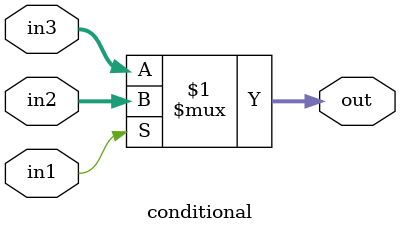
<source format=sv>
module conditional (
    input  logic [0:0] in1,
    input  logic [7:0] in2,
    input  logic [7:0] in3,
    output logic [7:0] out
);
   assign out = in1 ? in2 : in3;
endmodule

</source>
